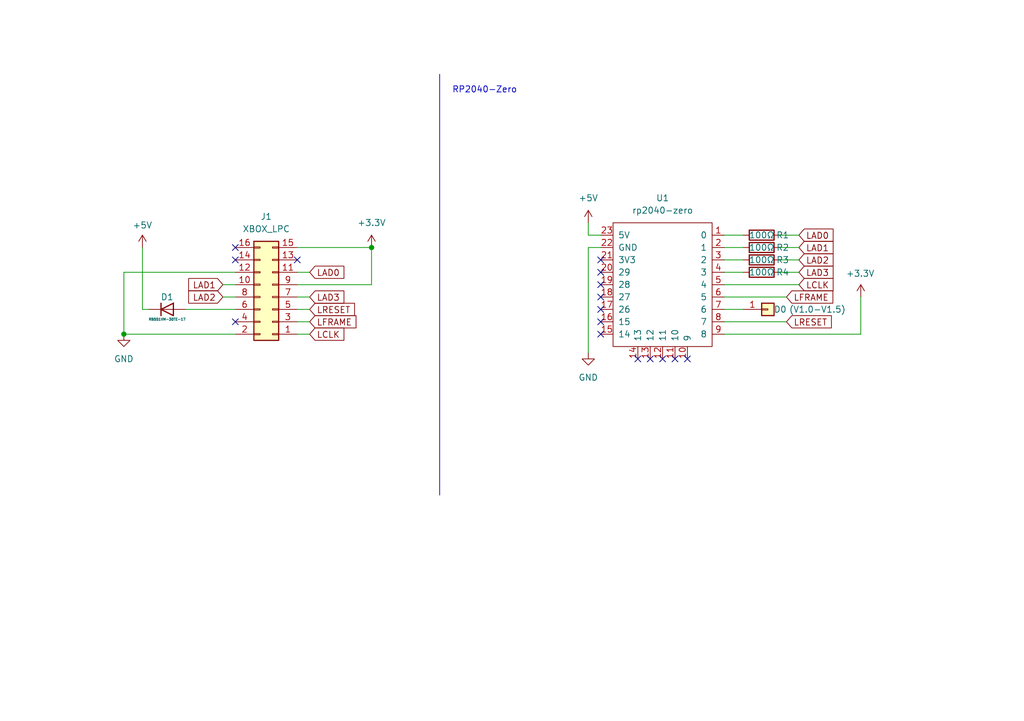
<source format=kicad_sch>
(kicad_sch (version 20231120) (generator "eeschema") (generator_version "8.0")
  (paper "A5")
  (title_block (title "Pi Pico adapter for ModXo") (date "2024-08-24") (rev "1.0") (company "Simplified version (no RGB/LED/display/io)") (comment 1 "Schematic based on version by EqUiNoX") (comment 2 "Thanks to Team Resurgent"))
  (lib_symbols
    (symbol "+3.3V_1" (power) (pin_numbers hide) (pin_names (offset 0) hide)
      (property "Value" "+3.3V" (at 0 3.556 0))
      (symbol "+3.3V_1_0_1"
        (polyline (pts (xy -0.762 1.27) (xy 0 2.54)))
        (polyline (pts (xy 0 0) (xy 0 2.54)))
        (polyline (pts (xy 0 2.54) (xy 0.762 1.27)))
      )
      (symbol "+3.3V_1_1_1"
        (pin power_in line (at 0 0 90) (length 0) (name "~") (number "1"))
      )
    )
    (symbol "+5V_1" (power) (pin_numbers hide) (pin_names (offset 0) hide)
      (property "Value" "+5V" (at 0 3.556 0))
      (symbol "+5V_1_0_1"
        (polyline (pts (xy -0.762 1.27) (xy 0 2.54)))
        (polyline (pts (xy 0 0) (xy 0 2.54)))
        (polyline (pts (xy 0 2.54) (xy 0.762 1.27)))
      )
      (symbol "+5V_1_1_1"
        (pin power_in line (at 0 0 90) (length 0) (name "~") (number "1"))
      )
    )
    (symbol "Connector_Generic:Conn_01x01" (pin_names (offset 1.016) hide)
      (property "Reference" "J" (at 0 2.54 0))
      (property "Value" "Conn_01x01" (at 0 -2.54 0))
      (symbol "Conn_01x01_1_1"
        (rectangle (start -1.27 0.127) (end 0 -0.127) (stroke (width 0.1524)))
        (rectangle (start -1.27 1.27) (end 1.27 -1.27) (stroke (width 0.254)) (fill (type background)))
        (pin passive line (at -5.08 0 0) (length 3.81) (name "Pin_1") (number "1"))
      )
    )
    (symbol "Device:D" (pin_numbers hide) (pin_names (offset 1.016) hide)
      (property "Reference" "D" (at 0 2.54 0))
      (property "Value" "D" (at 0 -2.54 0))
      (symbol "D_0_1"
        (polyline (pts (xy -1.27 1.27) (xy -1.27 -1.27)) (stroke (width 0.254)))
        (polyline (pts (xy 1.27 0) (xy -1.27 0)))
        (polyline (pts (xy 1.27 1.27) (xy 1.27 -1.27) (xy -1.27 0) (xy 1.27 1.27)) (stroke (width 0.254)))
      )
      (symbol "D_1_1"
        (pin passive line (at -3.81 0 0) (length 2.54) (name "K") (number "1"))
        (pin passive line (at 3.81 0 180) (length 2.54) (name "A") (number "2"))
      )
    )
    (symbol "Device:R" (pin_numbers hide) (pin_names (offset 0))
      (property "Reference" "R" (at 2.032 0 90))
      (property "Value" "R" (at 0 0 90))
      (symbol "R_0_1"
        (rectangle (start -1.016 -2.54) (end 1.016 2.54) (stroke (width 0.254)))
      )
      (symbol "R_1_1"
        (pin passive line (at 0 3.81 270) (length 1.27) (name "~") (number "1"))
        (pin passive line (at 0 -3.81 90) (length 1.27) (name "~") (number "2"))
      )
    )
    (symbol "power:+3.3V" (power) (pin_numbers hide) (pin_names (offset 0) hide)
      (property "Value" "+3.3V" (at 0 3.556 0))
      (symbol "+3.3V_0_1"
        (polyline (pts (xy -0.762 1.27) (xy 0 2.54)))
        (polyline (pts (xy 0 0) (xy 0 2.54)))
        (polyline (pts (xy 0 2.54) (xy 0.762 1.27)))
      )
      (symbol "+3.3V_1_1"
        (pin power_in line (at 0 0 90) (length 0) (name "~") (number "1"))
      )
    )
    (symbol "power:+5V" (power) (pin_numbers hide) (pin_names (offset 0) hide)
      (property "Value" "+5V" (at 0 3.556 0))
      (symbol "+5V_0_1"
        (polyline (pts (xy -0.762 1.27) (xy 0 2.54)))
        (polyline (pts (xy 0 0) (xy 0 2.54)))
        (polyline (pts (xy 0 2.54) (xy 0.762 1.27)))
      )
      (symbol "+5V_1_1"
        (pin power_in line (at 0 0 90) (length 0) (name "~") (number "1"))
      )
    )
    (symbol "power:GND" (power) (pin_numbers hide) (pin_names (offset 0) hide)
      (property "Value" "GND" (at 0 -3.81 0))
      (symbol "GND_0_1"
        (polyline (pts (xy 0 0) (xy 0 -1.27) (xy 1.27 -1.27) (xy 0 -2.54) (xy -1.27 -1.27) (xy 0 -1.27)))
      )
      (symbol "GND_1_1"
        (pin power_in line (at 0 0 270) (length 0) (name "~") (number "1"))
      )
    )
    (symbol "rp2040-zero:rp2040-zero" (pin_names (offset 1.016))
      (property "Reference" "U" (at 0 15.24 0))
      (property "Value" "rp2040-zero" (at 0 12.7 0))
      (symbol "rp2040-zero_0_1"
        (rectangle (start -10.16 11.43) (end 10.16 -13.97))
      )
      (symbol "rp2040-zero_1_1"
        (pin bidirectional line (at 12.7 8.89 180) (length 2.54) (name "0") (number "1"))
        (pin bidirectional line (at 5.08 -16.51 90) (length 2.54) (name "9") (number "10"))
        (pin bidirectional line (at 2.54 -16.51 90) (length 2.54) (name "10") (number "11"))
        (pin bidirectional line (at 0 -16.51 90) (length 2.54) (name "11") (number "12"))
        (pin bidirectional line (at -2.54 -16.51 90) (length 2.54) (name "12") (number "13"))
        (pin bidirectional line (at -5.08 -16.51 90) (length 2.54) (name "13") (number "14"))
        (pin bidirectional line (at -12.7 -11.43 0) (length 2.54) (name "14") (number "15"))
        (pin bidirectional line (at -12.7 -8.89 0) (length 2.54) (name "15") (number "16"))
        (pin bidirectional line (at -12.7 -6.35 0) (length 2.54) (name "26") (number "17"))
        (pin bidirectional line (at -12.7 -3.81 0) (length 2.54) (name "27") (number "18"))
        (pin bidirectional line (at -12.7 -1.27 0) (length 2.54) (name "28") (number "19"))
        (pin bidirectional line (at 12.7 6.35 180) (length 2.54) (name "1") (number "2"))
        (pin bidirectional line (at -12.7 1.27 0) (length 2.54) (name "29") (number "20"))
        (pin power_out line (at -12.7 3.81 0) (length 2.54) (name "3V3") (number "21"))
        (pin power_out line (at -12.7 6.35 0) (length 2.54) (name "GND") (number "22"))
        (pin power_out line (at -12.7 8.89 0) (length 2.54) (name "5V") (number "23"))
        (pin bidirectional line (at 12.7 3.81 180) (length 2.54) (name "2") (number "3"))
        (pin bidirectional line (at 12.7 1.27 180) (length 2.54) (name "3") (number "4"))
        (pin bidirectional line (at 12.7 -1.27 180) (length 2.54) (name "4") (number "5"))
        (pin bidirectional line (at 12.7 -3.81 180) (length 2.54) (name "5") (number "6"))
        (pin bidirectional line (at 12.7 -6.35 180) (length 2.54) (name "6") (number "7"))
        (pin bidirectional line (at 12.7 -8.89 180) (length 2.54) (name "7") (number "8"))
        (pin power_out line (at 12.7 -11.43 180) (length 2.54) (name "8") (number "9"))
      )
    )
    (symbol "xbox_lpc:XBOX_LPC" (pin_names (offset 1.016) hide)
      (property "Reference" "J1" (at 0 15.24 0))
      (property "Value" "XBOX_LPC" (at 0 12.7 0))
      (symbol "XBOX_LPC_1_1"
        (rectangle (start -2.54 -9.017) (end -1.27 -8.763) (stroke (width 0.1524)))
        (rectangle (start -2.54 -6.477) (end -1.27 -6.223) (stroke (width 0.1524)))
        (rectangle (start -2.54 -3.937) (end -1.27 -3.683) (stroke (width 0.1524)))
        (rectangle (start -2.54 -1.397) (end -1.27 -1.143) (stroke (width 0.1524)))
        (rectangle (start -2.54 1.143) (end -1.27 1.397) (stroke (width 0.1524)))
        (rectangle (start -2.54 3.683) (end -1.27 3.937) (stroke (width 0.1524)))
        (rectangle (start -2.54 6.223) (end -1.27 6.477) (stroke (width 0.1524)))
        (rectangle (start -2.54 8.763) (end -1.27 9.017) (stroke (width 0.1524)))
        (rectangle (start -2.54 10.16) (end 2.54 -10.16) (stroke (width 0.254)) (fill (type background)))
        (rectangle (start 2.54 -9.017) (end 1.27 -8.763) (stroke (width 0.1524)))
        (rectangle (start 2.54 -6.477) (end 1.27 -6.223) (stroke (width 0.1524)))
        (rectangle (start 2.54 -3.937) (end 1.27 -3.683) (stroke (width 0.1524)))
        (rectangle (start 2.54 -1.397) (end 1.27 -1.143) (stroke (width 0.1524)))
        (rectangle (start 2.54 1.143) (end 1.27 1.397) (stroke (width 0.1524)))
        (rectangle (start 2.54 3.683) (end 1.27 3.937) (stroke (width 0.1524)))
        (rectangle (start 2.54 6.223) (end 1.27 6.477) (stroke (width 0.1524)))
        (rectangle (start 2.54 8.763) (end 1.27 9.017) (stroke (width 0.1524)))
        (pin passive line (at 6.35 -8.89 180) (length 3.81) (name "LCLK") (number "1"))
        (pin passive line (at -6.35 1.27 0) (length 3.81) (name "LAD1") (number "10"))
        (pin passive line (at 6.35 3.81 180) (length 3.81) (name "LAD0") (number "11"))
        (pin power_in line (at -6.35 3.81 0) (length 3.81) (name "GND") (number "12"))
        (pin passive line (at 6.35 6.35 180) (length 3.81) (name "SCL") (number "13"))
        (pin passive line (at -6.35 6.35 0) (length 3.81) (name "SDA") (number "14"))
        (pin power_in line (at 6.35 8.89 180) (length 3.81) (name "3.3V") (number "15"))
        (pin passive line (at -6.35 8.89 0) (length 3.81) (name "SERIRQ_(v1.0)") (number "16"))
        (pin power_in line (at -6.35 -8.89 0) (length 3.81) (name "GND") (number "2"))
        (pin passive line (at 6.35 -6.35 180) (length 3.81) (name "LFRAME#") (number "3"))
        (pin passive line (at -6.35 -6.35 0) (length 3.81) (name "PWR_(v1.6)") (number "4"))
        (pin passive line (at 6.35 -3.81 180) (length 3.81) (name "LRESET#") (number "5"))
        (pin power_out line (at -6.35 -3.81 0) (length 3.81) (name "5V") (number "6"))
        (pin passive line (at 6.35 -1.27 180) (length 3.81) (name "LAD3") (number "7"))
        (pin passive line (at -6.35 -1.27 0) (length 3.81) (name "LAD2") (number "8"))
        (pin power_in line (at 6.35 1.27 180) (length 3.81) (name "3.3V") (number "9"))
      )
    )
  )
  (junction (at 76.2 50.8))
  (junction (at 25.4 68.58))
  (no_connect (at 123.19 66.04))
  (no_connect (at 123.19 68.58))
  (no_connect (at 48.26 50.8))
  (no_connect (at 130.81 73.66))
  (no_connect (at 123.19 60.96))
  (no_connect (at 140.97 73.66))
  (no_connect (at 48.26 53.34))
  (no_connect (at 48.26 66.04))
  (no_connect (at 123.19 55.88))
  (no_connect (at 135.89 73.66))
  (no_connect (at 138.43 73.66))
  (no_connect (at 60.96 53.34))
  (no_connect (at 123.19 53.34))
  (no_connect (at 123.19 63.5))
  (no_connect (at 133.35 73.66))
  (no_connect (at 123.19 58.42))
  (wire (pts (xy 29.21 63.5) (xy 30.48 63.5)))
  (wire (pts (xy 45.72 58.42) (xy 48.26 58.42)))
  (wire (pts (xy 176.53 68.58) (xy 176.53 60.96)))
  (wire (pts (xy 148.59 48.26) (xy 152.4 48.26)))
  (wire (pts (xy 163.83 48.26) (xy 160.02 48.26)))
  (wire (pts (xy 60.96 68.58) (xy 63.5 68.58)))
  (wire (pts (xy 25.4 55.88) (xy 25.4 68.58)))
  (wire (pts (xy 60.96 63.5) (xy 63.5 63.5)))
  (wire (pts (xy 60.96 58.42) (xy 76.2 58.42)))
  (wire (pts (xy 148.59 68.58) (xy 176.53 68.58)))
  (wire (pts (xy 123.19 48.26) (xy 120.65 48.26)))
  (wire (pts (xy 38.1 63.5) (xy 48.26 63.5)))
  (wire (pts (xy 163.83 50.8) (xy 160.02 50.8)))
  (wire (pts (xy 60.96 55.88) (xy 63.5 55.88)))
  (wire (pts (xy 148.59 60.96) (xy 161.29 60.96)))
  (wire (pts (xy 120.65 50.8) (xy 120.65 72.39)))
  (wire (pts (xy 60.96 60.96) (xy 63.5 60.96)))
  (wire (pts (xy 29.21 50.8) (xy 29.21 63.5)))
  (wire (pts (xy 48.26 55.88) (xy 25.4 55.88)))
  (wire (pts (xy 123.19 50.8) (xy 120.65 50.8)))
  (wire (pts (xy 148.59 55.88) (xy 152.4 55.88)))
  (wire (pts (xy 45.72 60.96) (xy 48.26 60.96)))
  (wire (pts (xy 148.59 66.04) (xy 161.29 66.04)))
  (wire (pts (xy 163.83 55.88) (xy 160.02 55.88)))
  (wire (pts (xy 148.59 58.42) (xy 163.83 58.42)))
  (wire (pts (xy 148.59 63.5) (xy 152.4 63.5)))
  (wire (pts (xy 76.2 58.42) (xy 76.2 50.8)))
  (wire (pts (xy 148.59 50.8) (xy 152.4 50.8)))
  (wire (pts (xy 148.59 53.34) (xy 152.4 53.34)))
  (wire (pts (xy 120.65 48.26) (xy 120.65 45.72)))
  (wire (pts (xy 60.96 50.8) (xy 76.2 50.8)))
  (wire (pts (xy 163.83 53.34) (xy 160.02 53.34)))
  (wire (pts (xy 48.26 68.58) (xy 25.4 68.58)))
  (wire (pts (xy 60.96 66.04) (xy 63.5 66.04)))
  (rectangle (start 90.17 15.24) (end 90.17 101.6))
  (text "RP2040-Zero" (at 92.71 18.542 0) (effects (font (size 1.27 1.27)) (justify left)))
  (global_label "LAD2" (shape input) (at 163.83 53.34 0) (property "Intersheetrefs" "${INTERSHEET_REFS}" (effects (hide yes))))
  (global_label "LAD0" (shape input) (at 63.5 55.88 0) (property "Intersheetrefs" "${INTERSHEET_REFS}" (effects (hide yes))))
  (global_label "LAD0" (shape input) (at 163.83 48.26 0) (property "Intersheetrefs" "${INTERSHEET_REFS}" (effects (hide yes))))
  (global_label "LAD1" (shape input) (at 163.83 50.8 0) (property "Intersheetrefs" "${INTERSHEET_REFS}" (effects (hide yes))))
  (global_label "LFRAME" (shape input) (at 161.29 60.96 0) (property "Intersheetrefs" "${INTERSHEET_REFS}" (effects (hide yes))))
  (global_label "LAD1" (shape input) (at 45.72 58.42 180) (property "Intersheetrefs" "${INTERSHEET_REFS}" (effects (hide yes))))
  (global_label "LCLK" (shape input) (at 163.83 58.42 0) (property "Intersheetrefs" "${INTERSHEET_REFS}" (effects (hide yes))))
  (global_label "LRESET" (shape input) (at 63.5 63.5 0) (property "Intersheetrefs" "${INTERSHEET_REFS}" (effects (hide yes))))
  (global_label "LAD2" (shape input) (at 45.72 60.96 180) (property "Intersheetrefs" "${INTERSHEET_REFS}" (effects (hide yes))))
  (global_label "LCLK" (shape input) (at 63.5 68.58 0) (property "Intersheetrefs" "${INTERSHEET_REFS}" (effects (hide yes))))
  (global_label "LRESET" (shape input) (at 161.29 66.04 0) (property "Intersheetrefs" "${INTERSHEET_REFS}" (effects (hide yes))))
  (global_label "LAD3" (shape input) (at 63.5 60.96 0) (property "Intersheetrefs" "${INTERSHEET_REFS}" (effects (hide yes))))
  (global_label "LFRAME" (shape input) (at 63.5 66.04 0) (property "Intersheetrefs" "${INTERSHEET_REFS}" (effects (hide yes))))
  (global_label "LAD3" (shape input) (at 163.83 55.88 0) (property "Intersheetrefs" "${INTERSHEET_REFS}" (effects (hide yes))))
  (symbol (lib_id "power:GND") (at 25.4 68.58 0) (unit 1)
    (property "Reference" "#PWR04" (effects (hide yes)))
    (property "Value" "GND" (at 25.4 73.66 0))
    (property "Description" "Power symbol creates a global label with name \"GND\" , ground" (effects (hide yes)))
  )
  (symbol (lib_id "Device:R") (at 156.21 50.8 90) (unit 1)
    (property "Reference" "R2" (at 160.528 50.8 90))
    (property "Value" "100Ω" (at 156.21 50.8 90))
    (property "Footprint" "Resistors_Universal:Resistor_SMD+THTuniversal_1206_RM10_HandSoldering" (effects (hide yes)))
    (property "Description" "Resistor" (effects (hide yes)))
  )
  (symbol (lib_id "power:+5V") (at 120.65 45.72 0) (unit 1)
    (property "Reference" "#PWR03" (effects (hide yes)))
    (property "Value" "+5V" (at 120.65 40.64 0))
    (property "Description" "Power symbol creates a global label with name \"+5V\"" (effects (hide yes)))
  )
  (symbol (lib_id "Device:R") (at 156.21 55.88 90) (unit 1)
    (property "Reference" "R4" (at 160.528 55.88 90))
    (property "Value" "100Ω" (at 156.21 55.88 90))
    (property "Footprint" "Resistors_Universal:Resistor_SMD+THTuniversal_1206_RM10_HandSoldering" (effects (hide yes)))
    (property "Description" "Resistor" (effects (hide yes)))
  )
  (symbol (lib_id "Device:R") (at 156.21 53.34 90) (unit 1)
    (property "Reference" "R3" (at 160.528 53.34 90))
    (property "Value" "100Ω" (at 156.21 53.34 90))
    (property "Footprint" "Resistors_Universal:Resistor_SMD+THTuniversal_1206_RM10_HandSoldering" (effects (hide yes)))
    (property "Description" "Resistor" (effects (hide yes)))
  )
  (symbol (lib_id "Device:R") (at 156.21 48.26 90) (unit 1)
    (property "Reference" "R1" (at 160.528 48.26 90))
    (property "Value" "100Ω" (at 156.21 48.26 90))
    (property "Footprint" "Resistors_Universal:Resistor_SMD+THTuniversal_1206_RM10_HandSoldering" (effects (hide yes)))
    (property "Description" "Resistor" (effects (hide yes)))
  )
  (symbol (lib_id "power:+3.3V") (at 176.53 60.96 0) (unit 1)
    (property "Reference" "#PWR012" (effects (hide yes)))
    (property "Value" "+3.3V" (at 173.482 56.134 0) (effects (justify left)))
    (property "Description" "Power symbol creates a global label with name \"+3.3V\"" (effects (hide yes)))
  )
  (symbol (lib_id "Connector_Generic:Conn_01x01") (at 157.48 63.5 0) (unit 1)
    (property "Reference" "D0" (at 160.02 63.5 0))
    (property "Value" "(V1.0-V1.5)" (at 167.64 63.5 0))
    (property "Footprint" "TestPoint:TestPoint_Pad_2.0x2.0mm" (effects (hide yes)))
    (property "Description" "Generic connector, single row, 01x01, script generated (kicad-library-utils/schlib/autogen/connector/)" (effects (hide yes)))
  )
  (symbol (lib_name "+5V_1") (lib_id "power:+5V") (at 29.21 50.8 0) (unit 1)
    (property "Reference" "#PWR05" (effects (hide yes)))
    (property "Value" "+5V" (at 29.21 46.228 0))
    (property "Description" "Power symbol creates a global label with name \"+5V\"" (effects (hide yes)))
  )
  (symbol (lib_id "power:GND") (at 120.65 72.39 0) (unit 1)
    (property "Reference" "#PWR02" (effects (hide yes)))
    (property "Value" "GND" (at 120.65 77.47 0))
    (property "Description" "Power symbol creates a global label with name \"GND\" , ground" (effects (hide yes)))
  )
  (symbol (lib_id "Device:D") (at 34.29 63.5 0) (unit 1)
    (property "Reference" "D1" (at 34.29 60.96 0))
    (property "Value" "RB551VM-30TE-17" (at 34.29 65.532 0) (effects (font (size 0.508 0.508))))
    (property "Footprint" "Diode_SMD:D_MELF-RM10_Universal_Handsoldering" (effects (hide yes)))
    (property "Description" "Diode" (effects (hide yes)))
    (property "Sim.Device" "D" (effects (hide yes)))
    (property "Sim.Pins" "1=K 2=A" (effects (hide yes)))
  )
  (symbol (lib_name "+3.3V_1") (lib_id "power:+3.3V") (at 76.2 50.8 0) (unit 1)
    (property "Reference" "#PWR06" (effects (hide yes)))
    (property "Value" "+3.3V" (at 76.2 45.72 0))
    (property "Description" "Power symbol creates a global label with name \"+3.3V\"" (effects (hide yes)))
  )
  (symbol (lib_id "rp2040-zero:rp2040-zero") (at 135.89 57.15 0) (unit 1)
    (property "Reference" "U1" (at 135.89 40.64 0))
    (property "Value" "rp2040-zero" (at 135.89 43.18 0))
    (property "Footprint" "RP2040-Zero:rp2040-zero-tht" (effects (hide yes)))
  )
  (symbol (lib_id "xbox_lpc:XBOX_LPC") (at 54.61 59.69 0) (unit 1)
    (property "Reference" "J1" (at 54.61 44.45 0))
    (property "Value" "XBOX_LPC" (at 54.61 46.99 0))
    (property "Footprint" "xbox_lpc:xbox_lpc" (effects (hide yes)))
    (property "Description" "Generic connector, double row, 02x08, odd/even pin numbering scheme (row 1 odd numbers, row 2 even numbers), script generated (kicad-library-utils/schlib/autogen/connector/)" (effects (hide yes)))
  )
)
</source>
